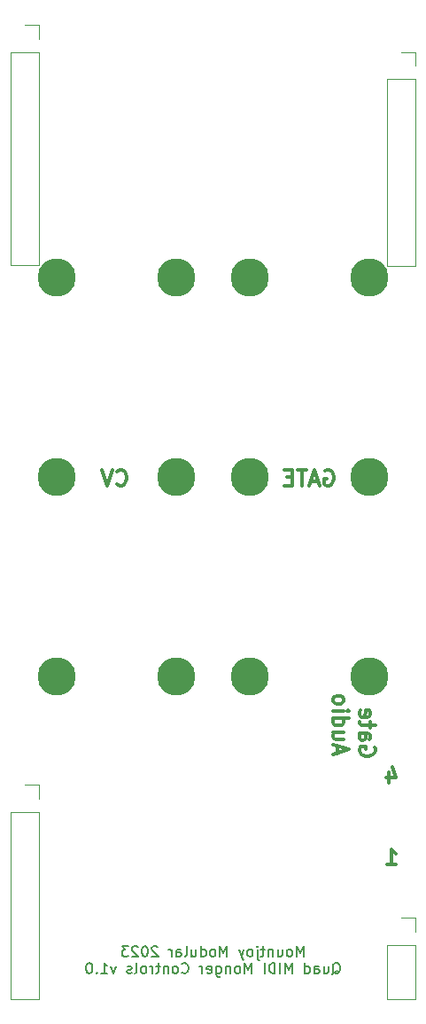
<source format=gbr>
G04 #@! TF.GenerationSoftware,KiCad,Pcbnew,(6.0.11)*
G04 #@! TF.CreationDate,2023-03-02T17:40:09+00:00*
G04 #@! TF.ProjectId,QMidiMonger_controls,514d6964-694d-46f6-9e67-65725f636f6e,rev?*
G04 #@! TF.SameCoordinates,Original*
G04 #@! TF.FileFunction,Legend,Bot*
G04 #@! TF.FilePolarity,Positive*
%FSLAX46Y46*%
G04 Gerber Fmt 4.6, Leading zero omitted, Abs format (unit mm)*
G04 Created by KiCad (PCBNEW (6.0.11)) date 2023-03-02 17:40:09*
%MOMM*%
%LPD*%
G01*
G04 APERTURE LIST*
%ADD10C,0.300000*%
%ADD11C,0.150000*%
%ADD12C,0.120000*%
%ADD13C,3.650000*%
G04 APERTURE END LIST*
D10*
X106828571Y-89935714D02*
X106900000Y-90007142D01*
X107114285Y-90078571D01*
X107257142Y-90078571D01*
X107471428Y-90007142D01*
X107614285Y-89864285D01*
X107685714Y-89721428D01*
X107757142Y-89435714D01*
X107757142Y-89221428D01*
X107685714Y-88935714D01*
X107614285Y-88792857D01*
X107471428Y-88650000D01*
X107257142Y-88578571D01*
X107114285Y-88578571D01*
X106900000Y-88650000D01*
X106828571Y-88721428D01*
X106400000Y-88578571D02*
X105900000Y-90078571D01*
X105400000Y-88578571D01*
X131425000Y-115057142D02*
X131496428Y-115200000D01*
X131496428Y-115414285D01*
X131425000Y-115628571D01*
X131282142Y-115771428D01*
X131139285Y-115842857D01*
X130853571Y-115914285D01*
X130639285Y-115914285D01*
X130353571Y-115842857D01*
X130210714Y-115771428D01*
X130067857Y-115628571D01*
X129996428Y-115414285D01*
X129996428Y-115271428D01*
X130067857Y-115057142D01*
X130139285Y-114985714D01*
X130639285Y-114985714D01*
X130639285Y-115271428D01*
X129996428Y-113700000D02*
X130782142Y-113700000D01*
X130925000Y-113771428D01*
X130996428Y-113914285D01*
X130996428Y-114200000D01*
X130925000Y-114342857D01*
X130067857Y-113700000D02*
X129996428Y-113842857D01*
X129996428Y-114200000D01*
X130067857Y-114342857D01*
X130210714Y-114414285D01*
X130353571Y-114414285D01*
X130496428Y-114342857D01*
X130567857Y-114200000D01*
X130567857Y-113842857D01*
X130639285Y-113700000D01*
X130996428Y-113200000D02*
X130996428Y-112628571D01*
X131496428Y-112985714D02*
X130210714Y-112985714D01*
X130067857Y-112914285D01*
X129996428Y-112771428D01*
X129996428Y-112628571D01*
X130067857Y-111557142D02*
X129996428Y-111700000D01*
X129996428Y-111985714D01*
X130067857Y-112128571D01*
X130210714Y-112200000D01*
X130782142Y-112200000D01*
X130925000Y-112128571D01*
X130996428Y-111985714D01*
X130996428Y-111700000D01*
X130925000Y-111557142D01*
X130782142Y-111485714D01*
X130639285Y-111485714D01*
X130496428Y-112200000D01*
X132646428Y-126278571D02*
X133503571Y-126278571D01*
X133075000Y-126278571D02*
X133075000Y-124778571D01*
X133217857Y-124992857D01*
X133360714Y-125135714D01*
X133503571Y-125207142D01*
D11*
X124666666Y-135047380D02*
X124666666Y-134047380D01*
X124333333Y-134761666D01*
X124000000Y-134047380D01*
X124000000Y-135047380D01*
X123380952Y-135047380D02*
X123476190Y-134999761D01*
X123523809Y-134952142D01*
X123571428Y-134856904D01*
X123571428Y-134571190D01*
X123523809Y-134475952D01*
X123476190Y-134428333D01*
X123380952Y-134380714D01*
X123238095Y-134380714D01*
X123142857Y-134428333D01*
X123095238Y-134475952D01*
X123047619Y-134571190D01*
X123047619Y-134856904D01*
X123095238Y-134952142D01*
X123142857Y-134999761D01*
X123238095Y-135047380D01*
X123380952Y-135047380D01*
X122190476Y-134380714D02*
X122190476Y-135047380D01*
X122619047Y-134380714D02*
X122619047Y-134904523D01*
X122571428Y-134999761D01*
X122476190Y-135047380D01*
X122333333Y-135047380D01*
X122238095Y-134999761D01*
X122190476Y-134952142D01*
X121714285Y-134380714D02*
X121714285Y-135047380D01*
X121714285Y-134475952D02*
X121666666Y-134428333D01*
X121571428Y-134380714D01*
X121428571Y-134380714D01*
X121333333Y-134428333D01*
X121285714Y-134523571D01*
X121285714Y-135047380D01*
X120952380Y-134380714D02*
X120571428Y-134380714D01*
X120809523Y-134047380D02*
X120809523Y-134904523D01*
X120761904Y-134999761D01*
X120666666Y-135047380D01*
X120571428Y-135047380D01*
X120238095Y-134380714D02*
X120238095Y-135237857D01*
X120285714Y-135333095D01*
X120380952Y-135380714D01*
X120428571Y-135380714D01*
X120238095Y-134047380D02*
X120285714Y-134095000D01*
X120238095Y-134142619D01*
X120190476Y-134095000D01*
X120238095Y-134047380D01*
X120238095Y-134142619D01*
X119619047Y-135047380D02*
X119714285Y-134999761D01*
X119761904Y-134952142D01*
X119809523Y-134856904D01*
X119809523Y-134571190D01*
X119761904Y-134475952D01*
X119714285Y-134428333D01*
X119619047Y-134380714D01*
X119476190Y-134380714D01*
X119380952Y-134428333D01*
X119333333Y-134475952D01*
X119285714Y-134571190D01*
X119285714Y-134856904D01*
X119333333Y-134952142D01*
X119380952Y-134999761D01*
X119476190Y-135047380D01*
X119619047Y-135047380D01*
X118952380Y-134380714D02*
X118714285Y-135047380D01*
X118476190Y-134380714D02*
X118714285Y-135047380D01*
X118809523Y-135285476D01*
X118857142Y-135333095D01*
X118952380Y-135380714D01*
X117333333Y-135047380D02*
X117333333Y-134047380D01*
X117000000Y-134761666D01*
X116666666Y-134047380D01*
X116666666Y-135047380D01*
X116047619Y-135047380D02*
X116142857Y-134999761D01*
X116190476Y-134952142D01*
X116238095Y-134856904D01*
X116238095Y-134571190D01*
X116190476Y-134475952D01*
X116142857Y-134428333D01*
X116047619Y-134380714D01*
X115904761Y-134380714D01*
X115809523Y-134428333D01*
X115761904Y-134475952D01*
X115714285Y-134571190D01*
X115714285Y-134856904D01*
X115761904Y-134952142D01*
X115809523Y-134999761D01*
X115904761Y-135047380D01*
X116047619Y-135047380D01*
X114857142Y-135047380D02*
X114857142Y-134047380D01*
X114857142Y-134999761D02*
X114952380Y-135047380D01*
X115142857Y-135047380D01*
X115238095Y-134999761D01*
X115285714Y-134952142D01*
X115333333Y-134856904D01*
X115333333Y-134571190D01*
X115285714Y-134475952D01*
X115238095Y-134428333D01*
X115142857Y-134380714D01*
X114952380Y-134380714D01*
X114857142Y-134428333D01*
X113952380Y-134380714D02*
X113952380Y-135047380D01*
X114380952Y-134380714D02*
X114380952Y-134904523D01*
X114333333Y-134999761D01*
X114238095Y-135047380D01*
X114095238Y-135047380D01*
X114000000Y-134999761D01*
X113952380Y-134952142D01*
X113333333Y-135047380D02*
X113428571Y-134999761D01*
X113476190Y-134904523D01*
X113476190Y-134047380D01*
X112523809Y-135047380D02*
X112523809Y-134523571D01*
X112571428Y-134428333D01*
X112666666Y-134380714D01*
X112857142Y-134380714D01*
X112952380Y-134428333D01*
X112523809Y-134999761D02*
X112619047Y-135047380D01*
X112857142Y-135047380D01*
X112952380Y-134999761D01*
X113000000Y-134904523D01*
X113000000Y-134809285D01*
X112952380Y-134714047D01*
X112857142Y-134666428D01*
X112619047Y-134666428D01*
X112523809Y-134618809D01*
X112047619Y-135047380D02*
X112047619Y-134380714D01*
X112047619Y-134571190D02*
X112000000Y-134475952D01*
X111952380Y-134428333D01*
X111857142Y-134380714D01*
X111761904Y-134380714D01*
X110714285Y-134142619D02*
X110666666Y-134095000D01*
X110571428Y-134047380D01*
X110333333Y-134047380D01*
X110238095Y-134095000D01*
X110190476Y-134142619D01*
X110142857Y-134237857D01*
X110142857Y-134333095D01*
X110190476Y-134475952D01*
X110761904Y-135047380D01*
X110142857Y-135047380D01*
X109523809Y-134047380D02*
X109428571Y-134047380D01*
X109333333Y-134095000D01*
X109285714Y-134142619D01*
X109238095Y-134237857D01*
X109190476Y-134428333D01*
X109190476Y-134666428D01*
X109238095Y-134856904D01*
X109285714Y-134952142D01*
X109333333Y-134999761D01*
X109428571Y-135047380D01*
X109523809Y-135047380D01*
X109619047Y-134999761D01*
X109666666Y-134952142D01*
X109714285Y-134856904D01*
X109761904Y-134666428D01*
X109761904Y-134428333D01*
X109714285Y-134237857D01*
X109666666Y-134142619D01*
X109619047Y-134095000D01*
X109523809Y-134047380D01*
X108809523Y-134142619D02*
X108761904Y-134095000D01*
X108666666Y-134047380D01*
X108428571Y-134047380D01*
X108333333Y-134095000D01*
X108285714Y-134142619D01*
X108238095Y-134237857D01*
X108238095Y-134333095D01*
X108285714Y-134475952D01*
X108857142Y-135047380D01*
X108238095Y-135047380D01*
X107904761Y-134047380D02*
X107285714Y-134047380D01*
X107619047Y-134428333D01*
X107476190Y-134428333D01*
X107380952Y-134475952D01*
X107333333Y-134523571D01*
X107285714Y-134618809D01*
X107285714Y-134856904D01*
X107333333Y-134952142D01*
X107380952Y-134999761D01*
X107476190Y-135047380D01*
X107761904Y-135047380D01*
X107857142Y-134999761D01*
X107904761Y-134952142D01*
X127404761Y-136752619D02*
X127500000Y-136705000D01*
X127595238Y-136609761D01*
X127738095Y-136466904D01*
X127833333Y-136419285D01*
X127928571Y-136419285D01*
X127880952Y-136657380D02*
X127976190Y-136609761D01*
X128071428Y-136514523D01*
X128119047Y-136324047D01*
X128119047Y-135990714D01*
X128071428Y-135800238D01*
X127976190Y-135705000D01*
X127880952Y-135657380D01*
X127690476Y-135657380D01*
X127595238Y-135705000D01*
X127500000Y-135800238D01*
X127452380Y-135990714D01*
X127452380Y-136324047D01*
X127500000Y-136514523D01*
X127595238Y-136609761D01*
X127690476Y-136657380D01*
X127880952Y-136657380D01*
X126595238Y-135990714D02*
X126595238Y-136657380D01*
X127023809Y-135990714D02*
X127023809Y-136514523D01*
X126976190Y-136609761D01*
X126880952Y-136657380D01*
X126738095Y-136657380D01*
X126642857Y-136609761D01*
X126595238Y-136562142D01*
X125690476Y-136657380D02*
X125690476Y-136133571D01*
X125738095Y-136038333D01*
X125833333Y-135990714D01*
X126023809Y-135990714D01*
X126119047Y-136038333D01*
X125690476Y-136609761D02*
X125785714Y-136657380D01*
X126023809Y-136657380D01*
X126119047Y-136609761D01*
X126166666Y-136514523D01*
X126166666Y-136419285D01*
X126119047Y-136324047D01*
X126023809Y-136276428D01*
X125785714Y-136276428D01*
X125690476Y-136228809D01*
X124785714Y-136657380D02*
X124785714Y-135657380D01*
X124785714Y-136609761D02*
X124880952Y-136657380D01*
X125071428Y-136657380D01*
X125166666Y-136609761D01*
X125214285Y-136562142D01*
X125261904Y-136466904D01*
X125261904Y-136181190D01*
X125214285Y-136085952D01*
X125166666Y-136038333D01*
X125071428Y-135990714D01*
X124880952Y-135990714D01*
X124785714Y-136038333D01*
X123547619Y-136657380D02*
X123547619Y-135657380D01*
X123214285Y-136371666D01*
X122880952Y-135657380D01*
X122880952Y-136657380D01*
X122404761Y-136657380D02*
X122404761Y-135657380D01*
X121928571Y-136657380D02*
X121928571Y-135657380D01*
X121690476Y-135657380D01*
X121547619Y-135705000D01*
X121452380Y-135800238D01*
X121404761Y-135895476D01*
X121357142Y-136085952D01*
X121357142Y-136228809D01*
X121404761Y-136419285D01*
X121452380Y-136514523D01*
X121547619Y-136609761D01*
X121690476Y-136657380D01*
X121928571Y-136657380D01*
X120928571Y-136657380D02*
X120928571Y-135657380D01*
X119690476Y-136657380D02*
X119690476Y-135657380D01*
X119357142Y-136371666D01*
X119023809Y-135657380D01*
X119023809Y-136657380D01*
X118404761Y-136657380D02*
X118500000Y-136609761D01*
X118547619Y-136562142D01*
X118595238Y-136466904D01*
X118595238Y-136181190D01*
X118547619Y-136085952D01*
X118500000Y-136038333D01*
X118404761Y-135990714D01*
X118261904Y-135990714D01*
X118166666Y-136038333D01*
X118119047Y-136085952D01*
X118071428Y-136181190D01*
X118071428Y-136466904D01*
X118119047Y-136562142D01*
X118166666Y-136609761D01*
X118261904Y-136657380D01*
X118404761Y-136657380D01*
X117642857Y-135990714D02*
X117642857Y-136657380D01*
X117642857Y-136085952D02*
X117595238Y-136038333D01*
X117500000Y-135990714D01*
X117357142Y-135990714D01*
X117261904Y-136038333D01*
X117214285Y-136133571D01*
X117214285Y-136657380D01*
X116309523Y-135990714D02*
X116309523Y-136800238D01*
X116357142Y-136895476D01*
X116404761Y-136943095D01*
X116500000Y-136990714D01*
X116642857Y-136990714D01*
X116738095Y-136943095D01*
X116309523Y-136609761D02*
X116404761Y-136657380D01*
X116595238Y-136657380D01*
X116690476Y-136609761D01*
X116738095Y-136562142D01*
X116785714Y-136466904D01*
X116785714Y-136181190D01*
X116738095Y-136085952D01*
X116690476Y-136038333D01*
X116595238Y-135990714D01*
X116404761Y-135990714D01*
X116309523Y-136038333D01*
X115452380Y-136609761D02*
X115547619Y-136657380D01*
X115738095Y-136657380D01*
X115833333Y-136609761D01*
X115880952Y-136514523D01*
X115880952Y-136133571D01*
X115833333Y-136038333D01*
X115738095Y-135990714D01*
X115547619Y-135990714D01*
X115452380Y-136038333D01*
X115404761Y-136133571D01*
X115404761Y-136228809D01*
X115880952Y-136324047D01*
X114976190Y-136657380D02*
X114976190Y-135990714D01*
X114976190Y-136181190D02*
X114928571Y-136085952D01*
X114880952Y-136038333D01*
X114785714Y-135990714D01*
X114690476Y-135990714D01*
X113023809Y-136562142D02*
X113071428Y-136609761D01*
X113214285Y-136657380D01*
X113309523Y-136657380D01*
X113452380Y-136609761D01*
X113547619Y-136514523D01*
X113595238Y-136419285D01*
X113642857Y-136228809D01*
X113642857Y-136085952D01*
X113595238Y-135895476D01*
X113547619Y-135800238D01*
X113452380Y-135705000D01*
X113309523Y-135657380D01*
X113214285Y-135657380D01*
X113071428Y-135705000D01*
X113023809Y-135752619D01*
X112452380Y-136657380D02*
X112547619Y-136609761D01*
X112595238Y-136562142D01*
X112642857Y-136466904D01*
X112642857Y-136181190D01*
X112595238Y-136085952D01*
X112547619Y-136038333D01*
X112452380Y-135990714D01*
X112309523Y-135990714D01*
X112214285Y-136038333D01*
X112166666Y-136085952D01*
X112119047Y-136181190D01*
X112119047Y-136466904D01*
X112166666Y-136562142D01*
X112214285Y-136609761D01*
X112309523Y-136657380D01*
X112452380Y-136657380D01*
X111690476Y-135990714D02*
X111690476Y-136657380D01*
X111690476Y-136085952D02*
X111642857Y-136038333D01*
X111547619Y-135990714D01*
X111404761Y-135990714D01*
X111309523Y-136038333D01*
X111261904Y-136133571D01*
X111261904Y-136657380D01*
X110928571Y-135990714D02*
X110547619Y-135990714D01*
X110785714Y-135657380D02*
X110785714Y-136514523D01*
X110738095Y-136609761D01*
X110642857Y-136657380D01*
X110547619Y-136657380D01*
X110214285Y-136657380D02*
X110214285Y-135990714D01*
X110214285Y-136181190D02*
X110166666Y-136085952D01*
X110119047Y-136038333D01*
X110023809Y-135990714D01*
X109928571Y-135990714D01*
X109452380Y-136657380D02*
X109547619Y-136609761D01*
X109595238Y-136562142D01*
X109642857Y-136466904D01*
X109642857Y-136181190D01*
X109595238Y-136085952D01*
X109547619Y-136038333D01*
X109452380Y-135990714D01*
X109309523Y-135990714D01*
X109214285Y-136038333D01*
X109166666Y-136085952D01*
X109119047Y-136181190D01*
X109119047Y-136466904D01*
X109166666Y-136562142D01*
X109214285Y-136609761D01*
X109309523Y-136657380D01*
X109452380Y-136657380D01*
X108547619Y-136657380D02*
X108642857Y-136609761D01*
X108690476Y-136514523D01*
X108690476Y-135657380D01*
X108214285Y-136609761D02*
X108119047Y-136657380D01*
X107928571Y-136657380D01*
X107833333Y-136609761D01*
X107785714Y-136514523D01*
X107785714Y-136466904D01*
X107833333Y-136371666D01*
X107928571Y-136324047D01*
X108071428Y-136324047D01*
X108166666Y-136276428D01*
X108214285Y-136181190D01*
X108214285Y-136133571D01*
X108166666Y-136038333D01*
X108071428Y-135990714D01*
X107928571Y-135990714D01*
X107833333Y-136038333D01*
X106690476Y-135990714D02*
X106452380Y-136657380D01*
X106214285Y-135990714D01*
X105309523Y-136657380D02*
X105880952Y-136657380D01*
X105595238Y-136657380D02*
X105595238Y-135657380D01*
X105690476Y-135800238D01*
X105785714Y-135895476D01*
X105880952Y-135943095D01*
X104880952Y-136562142D02*
X104833333Y-136609761D01*
X104880952Y-136657380D01*
X104928571Y-136609761D01*
X104880952Y-136562142D01*
X104880952Y-136657380D01*
X104214285Y-135657380D02*
X104119047Y-135657380D01*
X104023809Y-135705000D01*
X103976190Y-135752619D01*
X103928571Y-135847857D01*
X103880952Y-136038333D01*
X103880952Y-136276428D01*
X103928571Y-136466904D01*
X103976190Y-136562142D01*
X104023809Y-136609761D01*
X104119047Y-136657380D01*
X104214285Y-136657380D01*
X104309523Y-136609761D01*
X104357142Y-136562142D01*
X104404761Y-136466904D01*
X104452380Y-136276428D01*
X104452380Y-136038333D01*
X104404761Y-135847857D01*
X104357142Y-135752619D01*
X104309523Y-135705000D01*
X104214285Y-135657380D01*
D10*
X127925000Y-115650000D02*
X127925000Y-114935714D01*
X127496428Y-115792857D02*
X128996428Y-115292857D01*
X127496428Y-114792857D01*
X128496428Y-113650000D02*
X127496428Y-113650000D01*
X128496428Y-114292857D02*
X127710714Y-114292857D01*
X127567857Y-114221428D01*
X127496428Y-114078571D01*
X127496428Y-113864285D01*
X127567857Y-113721428D01*
X127639285Y-113650000D01*
X127496428Y-112292857D02*
X128996428Y-112292857D01*
X127567857Y-112292857D02*
X127496428Y-112435714D01*
X127496428Y-112721428D01*
X127567857Y-112864285D01*
X127639285Y-112935714D01*
X127782142Y-113007142D01*
X128210714Y-113007142D01*
X128353571Y-112935714D01*
X128425000Y-112864285D01*
X128496428Y-112721428D01*
X128496428Y-112435714D01*
X128425000Y-112292857D01*
X127496428Y-111578571D02*
X128496428Y-111578571D01*
X128996428Y-111578571D02*
X128925000Y-111650000D01*
X128853571Y-111578571D01*
X128925000Y-111507142D01*
X128996428Y-111578571D01*
X128853571Y-111578571D01*
X127496428Y-110650000D02*
X127567857Y-110792857D01*
X127639285Y-110864285D01*
X127782142Y-110935714D01*
X128210714Y-110935714D01*
X128353571Y-110864285D01*
X128425000Y-110792857D01*
X128496428Y-110650000D01*
X128496428Y-110435714D01*
X128425000Y-110292857D01*
X128353571Y-110221428D01*
X128210714Y-110150000D01*
X127782142Y-110150000D01*
X127639285Y-110221428D01*
X127567857Y-110292857D01*
X127496428Y-110435714D01*
X127496428Y-110650000D01*
X132789285Y-117478571D02*
X132789285Y-118478571D01*
X133146428Y-116907142D02*
X133503571Y-117978571D01*
X132575000Y-117978571D01*
X126700000Y-88650000D02*
X126842857Y-88578571D01*
X127057142Y-88578571D01*
X127271428Y-88650000D01*
X127414285Y-88792857D01*
X127485714Y-88935714D01*
X127557142Y-89221428D01*
X127557142Y-89435714D01*
X127485714Y-89721428D01*
X127414285Y-89864285D01*
X127271428Y-90007142D01*
X127057142Y-90078571D01*
X126914285Y-90078571D01*
X126700000Y-90007142D01*
X126628571Y-89935714D01*
X126628571Y-89435714D01*
X126914285Y-89435714D01*
X126057142Y-89650000D02*
X125342857Y-89650000D01*
X126200000Y-90078571D02*
X125700000Y-88578571D01*
X125200000Y-90078571D01*
X124914285Y-88578571D02*
X124057142Y-88578571D01*
X124485714Y-90078571D02*
X124485714Y-88578571D01*
X123557142Y-89292857D02*
X123057142Y-89292857D01*
X122842857Y-90078571D02*
X123557142Y-90078571D01*
X123557142Y-88578571D01*
X122842857Y-88578571D01*
D12*
X135330000Y-51270000D02*
X135330000Y-69110000D01*
X135330000Y-48670000D02*
X134000000Y-48670000D01*
X135330000Y-69110000D02*
X132670000Y-69110000D01*
X132670000Y-69110000D02*
X132670000Y-51270000D01*
X135330000Y-50000000D02*
X135330000Y-48670000D01*
X132670000Y-51270000D02*
X135330000Y-51270000D01*
X96670000Y-139110000D02*
X96670000Y-121270000D01*
X99330000Y-121270000D02*
X99330000Y-139110000D01*
X99330000Y-120000000D02*
X99330000Y-118670000D01*
X99330000Y-139110000D02*
X96670000Y-139110000D01*
X99330000Y-118670000D02*
X98000000Y-118670000D01*
X96670000Y-121270000D02*
X99330000Y-121270000D01*
X96670000Y-48670000D02*
X99330000Y-48670000D01*
X99330000Y-47400000D02*
X99330000Y-46070000D01*
X96670000Y-69050000D02*
X96670000Y-48670000D01*
X99330000Y-69050000D02*
X96670000Y-69050000D01*
X99330000Y-48670000D02*
X99330000Y-69050000D01*
X99330000Y-46070000D02*
X98000000Y-46070000D01*
X132670000Y-133970000D02*
X132670000Y-139110000D01*
X135330000Y-133970000D02*
X132670000Y-133970000D01*
X135330000Y-131370000D02*
X134000000Y-131370000D01*
X135330000Y-139110000D02*
X132670000Y-139110000D01*
X135330000Y-133970000D02*
X135330000Y-139110000D01*
X135330000Y-132700000D02*
X135330000Y-131370000D01*
D13*
X112460000Y-108300000D03*
X101030000Y-108300000D03*
X130960000Y-70200000D03*
X119530000Y-70200000D03*
X130960000Y-89300000D03*
X119530000Y-89300000D03*
X130960000Y-108300000D03*
X119530000Y-108300000D03*
X101030000Y-89300000D03*
X112460000Y-89300000D03*
X112460000Y-70200000D03*
X101030000Y-70200000D03*
M02*

</source>
